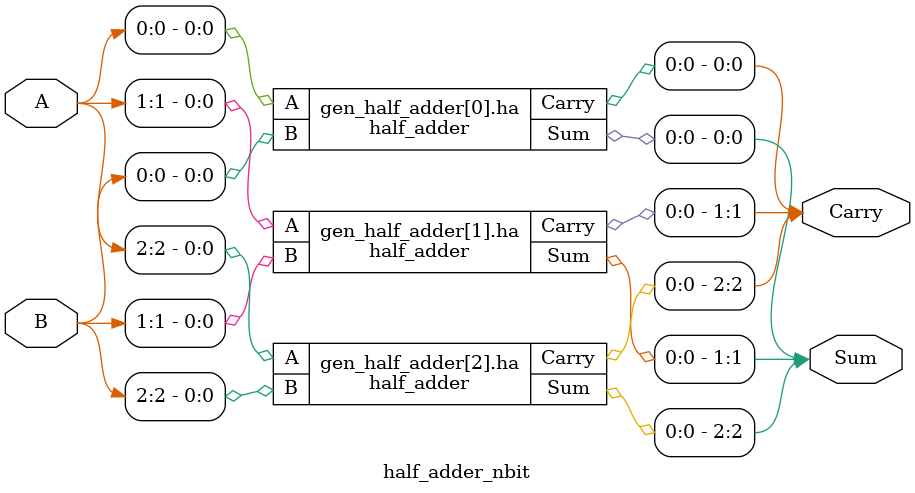
<source format=v>

module half_adder (
    input A,
    input B,
    output Sum,
    output Carry
);
    // The half adder module
    xor gate1(Sum, A, B);
    and gate2(Carry, A, B);

endmodule

module half_adder_nbit #(parameter N = 3) (
    input [N-1:0] A,
    input [N-1:0] B,
    output [N-1:0] Sum,
    output [N-1:0] Carry
);
    
    // The n-bit half adder module
    genvar i;
    generate
        for (i = 0; i < N; i = i + 1) begin : gen_half_adder
            half_adder ha(A[i], B[i], Sum[i], Carry[i]);
        end
    endgenerate

endmodule

</source>
